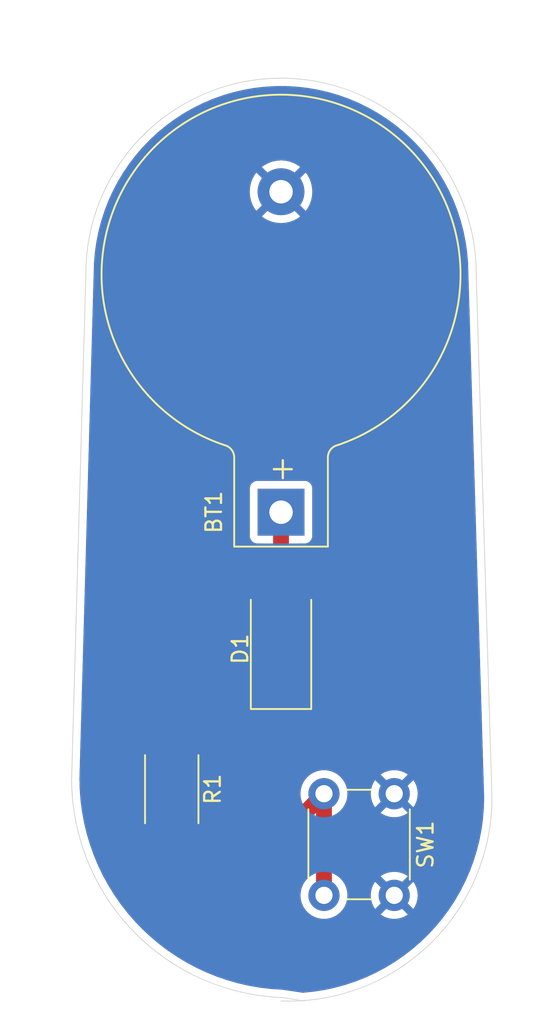
<source format=kicad_pcb>
(kicad_pcb (version 20240108) (generator "pcbnew") (generator_version "8.0")
  (layers (0 "F.Cu" signal) (31 "B.Cu" signal) (34 "B.Paste" user) (35 "F.Paste" user) (36 "B.SilkS" user "B.Silkscreen") (37 "F.SilkS" user "F.Silkscreen") (38 "B.Mask" user) (39 "F.Mask" user) (44 "Edge.Cuts" user))
  (net 0 "")
  (net 1 "GND")
  (net 2 "Net-(BT1-+)")
  (net 3 "Net-(D1-K)")
  (net 4 "Net-(SW1-B)")
  (footprint "Button_Switch_THT:SW_PUSH_6mm" (layer "F.Cu") (at 79.25 119.75 -90)
    (property "Reference" "SW1" (at 3.25 -2 90) (layer "F.SilkS"))
    (property "Value" "SW_SPST")
    (fp_line (start 1 5.5) (end 5.5 5.5) (stroke (width 0.12)) (layer "F.SilkS"))
    (fp_line (start 6.75 3) (end 6.75 1.5) (stroke (width 0.12)) (layer "F.SilkS"))
    (fp_line (start -0.25 1.5) (end -0.25 3) (stroke (width 0.12)) (layer "F.SilkS"))
    (fp_line (start 5.5 -1) (end 1 -1) (stroke (width 0.12)) (layer "F.SilkS"))
    (pad "1" thru_hole circle (at 0 0) (size 2 2) (drill 1.1) (layers "*.Cu" "*.Mask") (net 1 "GND"))
    (pad "1" thru_hole circle (at 6.5 0) (size 2 2) (drill 1.1) (layers "*.Cu" "*.Mask") (net 1 "GND"))
    (pad "2" thru_hole circle (at 0 4.5) (size 2 2) (drill 1.1) (layers "*.Cu" "*.Mask") (net 4 "Net-(SW1-B)"))
    (pad "2" thru_hole circle (at 6.5 4.5) (size 2 2) (drill 1.1) (layers "*.Cu" "*.Mask") (net 4 "Net-(SW1-B)"))
  )
  (footprint "LED_SMD:LED_2512_6332Metric" (layer "F.Cu") (at 72 110.5 90)
    (property "Reference" "D1" (at 0 -2.62 90) (layer "F.SilkS"))
    (property "Value" "LED")
    (fp_line (start 3.15 -1.935) (end -3.835 -1.935) (stroke (width 0.12)) (layer "F.SilkS"))
    (fp_line (start -3.835 -1.935) (end -3.835 1.935) (stroke (width 0.12)) (layer "F.SilkS"))
    (fp_line (start -3.835 1.935) (end 3.15 1.935) (stroke (width 0.12)) (layer "F.SilkS"))
    (pad "1" smd roundrect (at -2.9 0 90) (size 1.35 3.35) (layers "F.Cu" "F.Paste" "F.Mask") (roundrect_rratio 0.185185) (net 3 "Net-(D1-K)"))
    (pad "2" smd roundrect (at 2.9 0 90) (size 1.35 3.35) (layers "F.Cu" "F.Paste" "F.Mask") (roundrect_rratio 0.185185) (net 2 "Net-(BT1-+)"))
  )
  (footprint "Resistor_SMD:R_2512_6332Metric" (layer "F.Cu") (at 65 119.4625 -90)
    (property "Reference" "R1" (at 0 -2.62 90) (layer "F.SilkS"))
    (property "Value" "R_US")
    (fp_line (start -2.177064 1.71) (end 2.177064 1.71) (stroke (width 0.12)) (layer "F.SilkS"))
    (fp_line (start -2.177064 -1.71) (end 2.177064 -1.71) (stroke (width 0.12)) (layer "F.SilkS"))
    (pad "1" smd roundrect (at -2.9625 0 270) (size 1.225 3.35) (layers "F.Cu" "F.Paste" "F.Mask") (roundrect_rratio 0.204082) (net 3 "Net-(D1-K)"))
    (pad "2" smd roundrect (at 2.9625 0 270) (size 1.225 3.35) (layers "F.Cu" "F.Paste" "F.Mask") (roundrect_rratio 0.204082) (net 4 "Net-(SW1-B)"))
  )
  (footprint "Battery:BatteryHolder_Keystone_103_1x20mm" (layer "F.Cu") (at 71.999999 101.750001 90)
    (property "Reference" "BT1" (at 0 -4.3 90) (layer "F.SilkS"))
    (property "Value" "Battery_Cell")
    (fp_line (start -2.2 -3) (end 3.5 -3) (stroke (width 0.12)) (layer "F.SilkS"))
    (fp_line (start -2.2 3) (end -2.2 -3) (stroke (width 0.12)) (layer "F.SilkS"))
    (fp_line (start -2.2 3) (end 3.5 3) (stroke (width 0.12)) (layer "F.SilkS"))
    (fp_arc (start 4.25 -3.5) (mid 3.950694 -3.136459) (end 3.5 -3) (stroke (width 0.12)) (layer "F.SilkS"))
    (fp_arc (start 4.25 -3.5) (mid 16.971103 -11.358466) (end 26.695671 0) (stroke (width 0.12)) (layer "F.SilkS"))
    (fp_arc (start 26.695671 0) (mid 16.971103 11.358466) (end 4.25 3.5) (stroke (width 0.12)) (layer "F.SilkS"))
    (fp_arc (start 3.5 3) (mid 3.950694 3.136459) (end 4.25 3.5) (stroke (width 0.12)) (layer "F.SilkS"))
    (fp_text user "+" (at 2.75 0 90) (layer "F.SilkS") (effects (font (size 1.5 1.5))))
    (pad "1" thru_hole rect (at 0 0 90) (size 3 3) (drill 1.5) (layers "*.Cu" "*.Mask") (net 2 "Net-(BT1-+)"))
    (pad "2" thru_hole circle (at 20.49 0 90) (size 3 3) (drill 1.5) (layers "*.Cu" "*.Mask") (net 1 "GND"))
  )
  (gr_arc (start 72.049871 132.78226) (mid 62.5 128.5) (end 58.587935 118.792604) (stroke (width 0.05)) (layer "Edge.Cuts"))
  (gr_line (start 72.049871 132.78226) (end 73.5 133) (stroke (width 0.05)) (layer "Edge.Cuts"))
  (gr_arc (start 85.509611 120) (mid 81.520675 129.374294) (end 72 132.999999) (stroke (width 0.05)) (layer "Edge.Cuts"))
  (gr_arc (start 59.5 86.5) (mid 72 74) (end 84.5 86.5) (stroke (width 0.05)) (layer "Edge.Cuts"))
  (gr_line (start 58.587935 118.792604) (end 59.5 86.5) (stroke (width 0.05)) (layer "Edge.Cuts"))
  (gr_line (start 85.509611 120) (end 84.5 86.5) (stroke (width 0.05)) (layer "Edge.Cuts"))
  (segment (start 71.999999 101.750001) (end 71.999999 107.100001) (width 1.016) (layer "F.Cu") (net 2))
  (segment (start 71.999999 107.100001) (end 71.5 107.6) (width 1.016) (layer "F.Cu") (net 2))
  (segment (start 71.6 113.4) (end 68.5 116.5) (width 1.016) (layer "F.Cu") (net 3))
  (segment (start 72 113.4) (end 71.6 113.4) (width 1.016) (layer "F.Cu") (net 3))
  (segment (start 68.5 116.5) (end 65 116.5) (width 1.016) (layer "F.Cu") (net 3))
  (segment (start 72.075 122.425) (end 74.75 119.75) (width 1.016) (layer "F.Cu") (net 4))
  (segment (start 65 122.425) (end 72.075 122.425) (width 1.016) (layer "F.Cu") (net 4))
  (segment (start 74.75 119.75) (end 74.75 126.25) (width 1.016) (layer "F.Cu") (net 4))
  (zone (net 1) (net_name "GND") (layers "F&B.Cu") (priority 1) (connect_pads (clearance 0.5)) (min_thickness 0.25) (fill yes (thermal_gap 0.5) (thermal_bridge_width 0.5))
    (polygon (pts (xy 89 133.5) (xy 89.5 70) (xy 54 69) (xy 55 134.5)))
  )
)
</source>
